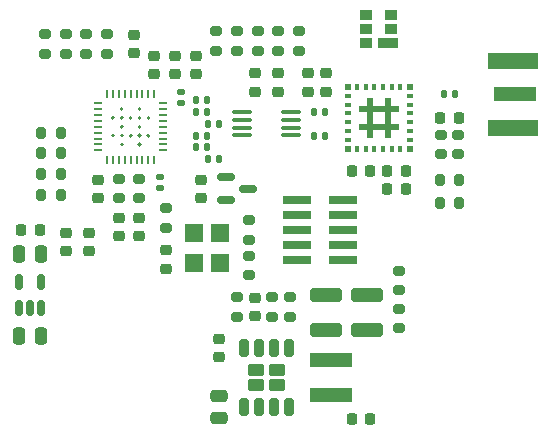
<source format=gtp>
%TF.GenerationSoftware,KiCad,Pcbnew,5.99.0-unknown-c5e195bdff~131~ubuntu20.04.1*%
%TF.CreationDate,2021-08-04T16:13:57-04:00*%
%TF.ProjectId,openlst-hw,6f70656e-6c73-4742-9d68-772e6b696361,rev?*%
%TF.SameCoordinates,Original*%
%TF.FileFunction,Paste,Top*%
%TF.FilePolarity,Positive*%
%FSLAX46Y46*%
G04 Gerber Fmt 4.6, Leading zero omitted, Abs format (unit mm)*
G04 Created by KiCad (PCBNEW 5.99.0-unknown-c5e195bdff~131~ubuntu20.04.1) date 2021-08-04 16:13:57*
%MOMM*%
%LPD*%
G01*
G04 APERTURE LIST*
G04 Aperture macros list*
%AMRoundRect*
0 Rectangle with rounded corners*
0 $1 Rounding radius*
0 $2 $3 $4 $5 $6 $7 $8 $9 X,Y pos of 4 corners*
0 Add a 4 corners polygon primitive as box body*
4,1,4,$2,$3,$4,$5,$6,$7,$8,$9,$2,$3,0*
0 Add four circle primitives for the rounded corners*
1,1,$1+$1,$2,$3*
1,1,$1+$1,$4,$5*
1,1,$1+$1,$6,$7*
1,1,$1+$1,$8,$9*
0 Add four rect primitives between the rounded corners*
20,1,$1+$1,$2,$3,$4,$5,0*
20,1,$1+$1,$4,$5,$6,$7,0*
20,1,$1+$1,$6,$7,$8,$9,0*
20,1,$1+$1,$8,$9,$2,$3,0*%
G04 Aperture macros list end*
%ADD10C,0.200000*%
%ADD11RoundRect,0.200000X0.275000X-0.200000X0.275000X0.200000X-0.275000X0.200000X-0.275000X-0.200000X0*%
%ADD12RoundRect,0.225000X0.250000X-0.225000X0.250000X0.225000X-0.250000X0.225000X-0.250000X-0.225000X0*%
%ADD13RoundRect,0.225000X-0.225000X-0.250000X0.225000X-0.250000X0.225000X0.250000X-0.225000X0.250000X0*%
%ADD14RoundRect,0.140000X0.140000X0.170000X-0.140000X0.170000X-0.140000X-0.170000X0.140000X-0.170000X0*%
%ADD15R,0.750000X0.280000*%
%ADD16R,0.280000X0.750000*%
%ADD17RoundRect,0.218750X0.256250X-0.218750X0.256250X0.218750X-0.256250X0.218750X-0.256250X-0.218750X0*%
%ADD18RoundRect,0.200000X0.200000X0.275000X-0.200000X0.275000X-0.200000X-0.275000X0.200000X-0.275000X0*%
%ADD19R,0.550000X0.500000*%
%ADD20R,0.550000X0.400000*%
%ADD21R,0.400000X0.550000*%
%ADD22R,0.600000X3.500000*%
%ADD23R,3.500000X0.600000*%
%ADD24RoundRect,0.250000X1.100000X-0.325000X1.100000X0.325000X-1.100000X0.325000X-1.100000X-0.325000X0*%
%ADD25RoundRect,0.140000X-0.170000X0.140000X-0.170000X-0.140000X0.170000X-0.140000X0.170000X0.140000X0*%
%ADD26RoundRect,0.225000X0.225000X0.250000X-0.225000X0.250000X-0.225000X-0.250000X0.225000X-0.250000X0*%
%ADD27RoundRect,0.140000X-0.140000X-0.170000X0.140000X-0.170000X0.140000X0.170000X-0.140000X0.170000X0*%
%ADD28RoundRect,0.200000X-0.275000X0.200000X-0.275000X-0.200000X0.275000X-0.200000X0.275000X0.200000X0*%
%ADD29RoundRect,0.225000X-0.250000X0.225000X-0.250000X-0.225000X0.250000X-0.225000X0.250000X0.225000X0*%
%ADD30RoundRect,0.150000X0.150000X-0.512500X0.150000X0.512500X-0.150000X0.512500X-0.150000X-0.512500X0*%
%ADD31RoundRect,0.140000X0.170000X-0.140000X0.170000X0.140000X-0.170000X0.140000X-0.170000X-0.140000X0*%
%ADD32RoundRect,0.147500X0.147500X0.172500X-0.147500X0.172500X-0.147500X-0.172500X0.147500X-0.172500X0*%
%ADD33RoundRect,0.218750X-0.256250X0.218750X-0.256250X-0.218750X0.256250X-0.218750X0.256250X0.218750X0*%
%ADD34R,3.600000X1.150000*%
%ADD35R,2.400000X0.740000*%
%ADD36R,3.600000X1.270000*%
%ADD37R,4.200000X1.350000*%
%ADD38RoundRect,0.100000X-0.712500X-0.100000X0.712500X-0.100000X0.712500X0.100000X-0.712500X0.100000X0*%
%ADD39RoundRect,0.250000X-0.250000X-0.475000X0.250000X-0.475000X0.250000X0.475000X-0.250000X0.475000X0*%
%ADD40R,1.500000X1.600000*%
%ADD41RoundRect,0.218750X-0.218750X-0.256250X0.218750X-0.256250X0.218750X0.256250X-0.218750X0.256250X0*%
%ADD42RoundRect,0.218750X0.218750X0.256250X-0.218750X0.256250X-0.218750X-0.256250X0.218750X-0.256250X0*%
%ADD43RoundRect,0.250000X0.455000X-0.280000X0.455000X0.280000X-0.455000X0.280000X-0.455000X-0.280000X0*%
%ADD44RoundRect,0.200500X0.200500X-0.552000X0.200500X0.552000X-0.200500X0.552000X-0.200500X-0.552000X0*%
%ADD45RoundRect,0.250000X0.250000X0.475000X-0.250000X0.475000X-0.250000X-0.475000X0.250000X-0.475000X0*%
%ADD46R,1.700000X0.810000*%
%ADD47R,1.050000X0.810000*%
%ADD48RoundRect,0.250000X-0.475000X0.250000X-0.475000X-0.250000X0.475000X-0.250000X0.475000X0.250000X0*%
%ADD49RoundRect,0.150000X-0.587500X-0.150000X0.587500X-0.150000X0.587500X0.150000X-0.587500X0.150000X0*%
%ADD50RoundRect,0.200000X-0.200000X-0.275000X0.200000X-0.275000X0.200000X0.275000X-0.200000X0.275000X0*%
%ADD51RoundRect,0.147500X-0.147500X-0.172500X0.147500X-0.172500X0.147500X0.172500X-0.147500X0.172500X0*%
G04 APERTURE END LIST*
D10*
%TO.C,U2*%
X153650000Y-87400000D02*
G75*
G03*
X153650000Y-87400000I-100000J0D01*
G01*
X152150000Y-87400000D02*
G75*
G03*
X152150000Y-87400000I-100000J0D01*
G01*
X153650000Y-88900000D02*
G75*
G03*
X153650000Y-88900000I-100000J0D01*
G01*
X152150000Y-88900000D02*
G75*
G03*
X152150000Y-88900000I-100000J0D01*
G01*
X152150000Y-86650000D02*
G75*
G03*
X152150000Y-86650000I-100000J0D01*
G01*
X152150000Y-88150000D02*
G75*
G03*
X152150000Y-88150000I-100000J0D01*
G01*
X152900000Y-88900000D02*
G75*
G03*
X152900000Y-88900000I-100000J0D01*
G01*
X151400000Y-87400000D02*
G75*
G03*
X151400000Y-87400000I-100000J0D01*
G01*
X152150000Y-89650000D02*
G75*
G03*
X152150000Y-89650000I-100000J0D01*
G01*
X151400000Y-88900000D02*
G75*
G03*
X151400000Y-88900000I-100000J0D01*
G01*
X152900000Y-87400000D02*
G75*
G03*
X152900000Y-87400000I-100000J0D01*
G01*
X153650000Y-86650000D02*
G75*
G03*
X153650000Y-86650000I-100000J0D01*
G01*
X153650000Y-89650000D02*
G75*
G03*
X153650000Y-89650000I-100000J0D01*
G01*
X153650000Y-88150000D02*
G75*
G03*
X153650000Y-88150000I-100000J0D01*
G01*
X154400000Y-87400000D02*
G75*
G03*
X154400000Y-87400000I-100000J0D01*
G01*
X154400000Y-88900000D02*
G75*
G03*
X154400000Y-88900000I-100000J0D01*
G01*
%TD*%
D11*
%TO.C,R13*%
X163550000Y-81725000D03*
X163550000Y-80075000D03*
%TD*%
D12*
%TO.C,C3*%
X154800000Y-83675000D03*
X154800000Y-82125000D03*
%TD*%
D13*
%TO.C,C6*%
X179025000Y-87400000D03*
X180575000Y-87400000D03*
%TD*%
D14*
%TO.C,C45*%
X180280000Y-85400000D03*
X179320000Y-85400000D03*
%TD*%
D11*
%TO.C,R14*%
X165300000Y-81725000D03*
X165300000Y-80075000D03*
%TD*%
D15*
%TO.C,U2*%
X150020000Y-86150000D03*
X150020000Y-86650000D03*
X150020000Y-87150000D03*
X150020000Y-87650000D03*
X150020000Y-88150000D03*
X150020000Y-88650000D03*
X150020000Y-89150000D03*
X150020000Y-89650000D03*
X150020000Y-90150000D03*
D16*
X150800000Y-90930000D03*
X151300000Y-90930000D03*
X151800000Y-90930000D03*
X152300000Y-90930000D03*
X152800000Y-90930000D03*
X153300000Y-90930000D03*
X153800000Y-90930000D03*
X154300000Y-90930000D03*
X154800000Y-90930000D03*
D15*
X155580000Y-90150000D03*
X155580000Y-89650000D03*
X155580000Y-89150000D03*
X155580000Y-88650000D03*
X155580000Y-88150000D03*
X155580000Y-87650000D03*
X155580000Y-87150000D03*
X155580000Y-86650000D03*
X155580000Y-86150000D03*
D16*
X154800000Y-85370000D03*
X154300000Y-85370000D03*
X153800000Y-85370000D03*
X153300000Y-85370000D03*
X152800000Y-85370000D03*
X152300000Y-85370000D03*
X151800000Y-85370000D03*
X151300000Y-85370000D03*
X150800000Y-85370000D03*
%TD*%
D17*
%TO.C,D2*%
X153550000Y-97437500D03*
X153550000Y-95862500D03*
%TD*%
D11*
%TO.C,R3*%
X151800000Y-94225000D03*
X151800000Y-92575000D03*
%TD*%
D18*
%TO.C,R7*%
X146875000Y-92150000D03*
X145225000Y-92150000D03*
%TD*%
D19*
%TO.C,U9*%
X176425000Y-90050000D03*
D20*
X176425000Y-89275000D03*
X176425000Y-88525000D03*
X176425000Y-87775000D03*
X176425000Y-87025000D03*
X176425000Y-86275000D03*
X176425000Y-85525000D03*
D19*
X176425000Y-84750000D03*
D21*
X175613000Y-84775000D03*
X174888000Y-84775000D03*
X174163000Y-84775000D03*
X173437000Y-84775000D03*
X172712000Y-84775000D03*
X171987000Y-84775000D03*
D19*
X171175000Y-84750000D03*
D20*
X171175000Y-85525000D03*
X171175000Y-86275000D03*
X171175000Y-87025000D03*
X171175000Y-87775000D03*
X171175000Y-88525000D03*
X171175000Y-89275000D03*
D19*
X171175000Y-90050000D03*
D21*
X171987000Y-90025000D03*
X172712000Y-90025000D03*
X173437000Y-90025000D03*
X174163000Y-90025000D03*
X174888000Y-90025000D03*
X175613000Y-90025000D03*
D22*
X174550000Y-87400000D03*
D23*
X173800000Y-86650000D03*
X173800000Y-88150000D03*
D22*
X173050000Y-87400000D03*
%TD*%
D18*
%TO.C,R6*%
X146875000Y-90400000D03*
X145225000Y-90400000D03*
%TD*%
D14*
%TO.C,C23*%
X159280000Y-85900000D03*
X158320000Y-85900000D03*
%TD*%
D11*
%TO.C,R10*%
X147300000Y-81975000D03*
X147300000Y-80325000D03*
%TD*%
D12*
%TO.C,C19*%
X153050000Y-81900000D03*
X153050000Y-80350000D03*
%TD*%
D24*
%TO.C,C15*%
X169300000Y-105375000D03*
X169300000Y-102425000D03*
%TD*%
D25*
%TO.C,C2*%
X155300000Y-92420000D03*
X155300000Y-93380000D03*
%TD*%
D12*
%TO.C,C27*%
X155800000Y-100175000D03*
X155800000Y-98625000D03*
%TD*%
%TO.C,C9*%
X149300000Y-98675000D03*
X149300000Y-97125000D03*
%TD*%
D26*
%TO.C,C8*%
X173075000Y-91900000D03*
X171525000Y-91900000D03*
%TD*%
D27*
%TO.C,C38*%
X168320000Y-86900000D03*
X169280000Y-86900000D03*
%TD*%
D18*
%TO.C,R5*%
X146875000Y-88650000D03*
X145225000Y-88650000D03*
%TD*%
D28*
%TO.C,R18*%
X162800000Y-96075000D03*
X162800000Y-97725000D03*
%TD*%
D12*
%TO.C,C44*%
X167800000Y-85175000D03*
X167800000Y-83625000D03*
%TD*%
D11*
%TO.C,R4*%
X153550000Y-94225000D03*
X153550000Y-92575000D03*
%TD*%
D17*
%TO.C,D1*%
X151800000Y-97437500D03*
X151800000Y-95862500D03*
%TD*%
D28*
%TO.C,R21*%
X175550000Y-103575000D03*
X175550000Y-105225000D03*
%TD*%
D29*
%TO.C,C1*%
X150050000Y-92625000D03*
X150050000Y-94175000D03*
%TD*%
D30*
%TO.C,U1*%
X143350000Y-103537500D03*
X144300000Y-103537500D03*
X145250000Y-103537500D03*
X145250000Y-101262500D03*
X143350000Y-101262500D03*
%TD*%
D31*
%TO.C,C7*%
X157050000Y-86130000D03*
X157050000Y-85170000D03*
%TD*%
D32*
%TO.C,L5*%
X159285000Y-89900000D03*
X158315000Y-89900000D03*
%TD*%
D11*
%TO.C,R1*%
X161800000Y-81725000D03*
X161800000Y-80075000D03*
%TD*%
D28*
%TO.C,R36*%
X179050000Y-88825000D03*
X179050000Y-90475000D03*
%TD*%
D11*
%TO.C,R11*%
X149050000Y-81975000D03*
X149050000Y-80325000D03*
%TD*%
%TO.C,R17*%
X155800000Y-96725000D03*
X155800000Y-95075000D03*
%TD*%
%TO.C,R2*%
X167050000Y-81725000D03*
X167050000Y-80075000D03*
%TD*%
D33*
%TO.C,L8*%
X165300000Y-83612500D03*
X165300000Y-85187500D03*
%TD*%
D14*
%TO.C,C21*%
X160280000Y-90900000D03*
X159320000Y-90900000D03*
%TD*%
D12*
%TO.C,C10*%
X158300000Y-83675000D03*
X158300000Y-82125000D03*
%TD*%
D34*
%TO.C,L1*%
X169800000Y-110875000D03*
X169800000Y-107925000D03*
%TD*%
D35*
%TO.C,J2*%
X166850000Y-94360000D03*
X170750000Y-94360000D03*
X166850000Y-95630000D03*
X170750000Y-95630000D03*
X166850000Y-96900000D03*
X170750000Y-96900000D03*
X166850000Y-98170000D03*
X170750000Y-98170000D03*
X166850000Y-99440000D03*
X170750000Y-99440000D03*
%TD*%
D28*
%TO.C,R19*%
X166300000Y-102575000D03*
X166300000Y-104225000D03*
%TD*%
D24*
%TO.C,C16*%
X172800000Y-105375000D03*
X172800000Y-102425000D03*
%TD*%
D11*
%TO.C,R37*%
X180550000Y-90475000D03*
X180550000Y-88825000D03*
%TD*%
D36*
%TO.C,J6*%
X185337500Y-85400000D03*
D37*
X185137500Y-82575000D03*
X185137500Y-88225000D03*
%TD*%
D11*
%TO.C,R20*%
X164800000Y-104225000D03*
X164800000Y-102575000D03*
%TD*%
D27*
%TO.C,C39*%
X168320000Y-88900000D03*
X169280000Y-88900000D03*
%TD*%
D11*
%TO.C,R9*%
X145550000Y-81975000D03*
X145550000Y-80325000D03*
%TD*%
D38*
%TO.C,U6*%
X162187500Y-86925000D03*
X162187500Y-87575000D03*
X162187500Y-88225000D03*
X162187500Y-88875000D03*
X166412500Y-88875000D03*
X166412500Y-88225000D03*
X166412500Y-87575000D03*
X166412500Y-86925000D03*
%TD*%
D39*
%TO.C,C18*%
X143350000Y-98900000D03*
X145250000Y-98900000D03*
%TD*%
D40*
%TO.C,U4*%
X160400000Y-99670000D03*
X160400000Y-97130000D03*
X158200000Y-97130000D03*
X158200000Y-99670000D03*
%TD*%
D28*
%TO.C,R22*%
X175550000Y-100325000D03*
X175550000Y-101975000D03*
%TD*%
D12*
%TO.C,C22*%
X158800000Y-94175000D03*
X158800000Y-92625000D03*
%TD*%
D41*
%TO.C,L3*%
X143512500Y-96900000D03*
X145087500Y-96900000D03*
%TD*%
D18*
%TO.C,R8*%
X146875000Y-93900000D03*
X145225000Y-93900000D03*
%TD*%
D42*
%TO.C,L2*%
X176087500Y-93400000D03*
X174512500Y-93400000D03*
%TD*%
D28*
%TO.C,R27*%
X162800000Y-99075000D03*
X162800000Y-100725000D03*
%TD*%
D43*
%TO.C,U3*%
X163425000Y-110055000D03*
X163425000Y-108745000D03*
X165175000Y-110055000D03*
X165175000Y-108745000D03*
D44*
X162395000Y-111897500D03*
X163665000Y-111897500D03*
X164935000Y-111897500D03*
X166205000Y-111897500D03*
X166205000Y-106902500D03*
X164935000Y-106902500D03*
X163665000Y-106902500D03*
X162395000Y-106902500D03*
%TD*%
D45*
%TO.C,C17*%
X145250000Y-105900000D03*
X143350000Y-105900000D03*
%TD*%
D27*
%TO.C,C25*%
X159320000Y-87900000D03*
X160280000Y-87900000D03*
%TD*%
D46*
%TO.C,U8*%
X174550000Y-81095000D03*
D47*
X174875000Y-79900000D03*
X174875000Y-78705000D03*
X172725000Y-78705000D03*
X172725000Y-79900000D03*
X172725000Y-81095000D03*
%TD*%
D48*
%TO.C,C4*%
X160300000Y-110950000D03*
X160300000Y-112850000D03*
%TD*%
D27*
%TO.C,C24*%
X158320000Y-88900000D03*
X159280000Y-88900000D03*
%TD*%
D28*
%TO.C,R16*%
X160050000Y-80075000D03*
X160050000Y-81725000D03*
%TD*%
D12*
%TO.C,C26*%
X163300000Y-85175000D03*
X163300000Y-83625000D03*
%TD*%
D49*
%TO.C,U5*%
X160862500Y-92450000D03*
X160862500Y-94350000D03*
X162737500Y-93400000D03*
%TD*%
D12*
%TO.C,C14*%
X163300000Y-104175000D03*
X163300000Y-102625000D03*
%TD*%
%TO.C,C5*%
X156550000Y-83675000D03*
X156550000Y-82125000D03*
%TD*%
D29*
%TO.C,C12*%
X160300000Y-106125000D03*
X160300000Y-107675000D03*
%TD*%
D11*
%TO.C,R12*%
X150800000Y-81975000D03*
X150800000Y-80325000D03*
%TD*%
D12*
%TO.C,C11*%
X169300000Y-85175000D03*
X169300000Y-83625000D03*
%TD*%
%TO.C,C47*%
X147300000Y-98675000D03*
X147300000Y-97125000D03*
%TD*%
D26*
%TO.C,C13*%
X173075000Y-112900000D03*
X171525000Y-112900000D03*
%TD*%
D13*
%TO.C,C46*%
X174525000Y-91900000D03*
X176075000Y-91900000D03*
%TD*%
D50*
%TO.C,R28*%
X178975000Y-92650000D03*
X180625000Y-92650000D03*
%TD*%
D51*
%TO.C,L6*%
X158315000Y-86900000D03*
X159285000Y-86900000D03*
%TD*%
D28*
%TO.C,R15*%
X161800000Y-102575000D03*
X161800000Y-104225000D03*
%TD*%
D50*
%TO.C,R26*%
X178975000Y-94650000D03*
X180625000Y-94650000D03*
%TD*%
M02*

</source>
